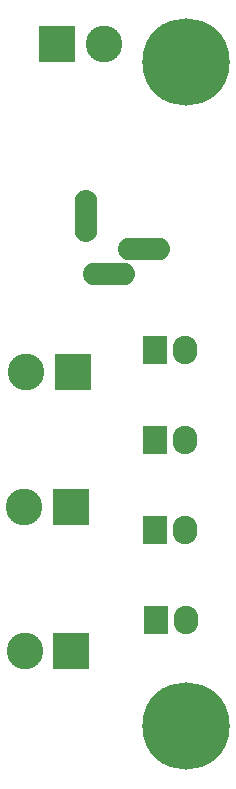
<source format=gbr>
G04 #@! TF.GenerationSoftware,KiCad,Pcbnew,(5.0.0-3-g5ebb6b6)*
G04 #@! TF.CreationDate,2019-05-02T13:21:36+02:00*
G04 #@! TF.ProjectId,Power Board,506F77657220426F6172642E6B696361,rev?*
G04 #@! TF.SameCoordinates,Original*
G04 #@! TF.FileFunction,Soldermask,Top*
G04 #@! TF.FilePolarity,Negative*
%FSLAX46Y46*%
G04 Gerber Fmt 4.6, Leading zero omitted, Abs format (unit mm)*
G04 Created by KiCad (PCBNEW (5.0.0-3-g5ebb6b6)) date Thursday, 02 May 2019 at 13:21:36*
%MOMM*%
%LPD*%
G01*
G04 APERTURE LIST*
%ADD10C,7.400000*%
%ADD11O,1.924000X4.400000*%
%ADD12O,4.400000X1.924000*%
%ADD13R,2.100000X2.400000*%
%ADD14O,2.100000X2.400000*%
%ADD15R,3.100000X3.100000*%
%ADD16C,3.100000*%
G04 APERTURE END LIST*
D10*
G04 #@! TO.C,REF\002A\002A*
X158050000Y-138750000D03*
G04 #@! TD*
D11*
G04 #@! TO.C,J1*
X149630000Y-95510000D03*
D12*
X154530000Y-98320000D03*
X151540000Y-100480000D03*
G04 #@! TD*
D13*
G04 #@! TO.C,J2*
X155550000Y-129700000D03*
D14*
X158050000Y-129700000D03*
G04 #@! TD*
G04 #@! TO.C,J3*
X157950000Y-122100000D03*
D13*
X155450000Y-122100000D03*
G04 #@! TD*
G04 #@! TO.C,J4*
X155450000Y-114500000D03*
D14*
X157950000Y-114500000D03*
G04 #@! TD*
G04 #@! TO.C,J5*
X157950000Y-106900000D03*
D13*
X155450000Y-106900000D03*
G04 #@! TD*
D15*
G04 #@! TO.C,J6*
X148350000Y-132400000D03*
D16*
X144390000Y-132400000D03*
G04 #@! TD*
G04 #@! TO.C,J7*
X144340000Y-120150000D03*
D15*
X148300000Y-120150000D03*
G04 #@! TD*
D10*
G04 #@! TO.C,REF\002A\002A*
X158100000Y-82500000D03*
G04 #@! TD*
D15*
G04 #@! TO.C,J8*
X147150000Y-80950000D03*
D16*
X151110000Y-80950000D03*
G04 #@! TD*
G04 #@! TO.C,J9*
X144500000Y-108750000D03*
D15*
X148460000Y-108750000D03*
G04 #@! TD*
M02*

</source>
